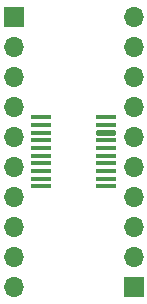
<source format=gts>
G04 #@! TF.GenerationSoftware,KiCad,Pcbnew,(6.0.9)*
G04 #@! TF.CreationDate,2023-05-28T18:52:16+02:00*
G04 #@! TF.ProjectId,SOIC-SSOP-DIP adapter,534f4943-2d53-4534-9f50-2d4449502061,rev?*
G04 #@! TF.SameCoordinates,Original*
G04 #@! TF.FileFunction,Soldermask,Top*
G04 #@! TF.FilePolarity,Negative*
%FSLAX46Y46*%
G04 Gerber Fmt 4.6, Leading zero omitted, Abs format (unit mm)*
G04 Created by KiCad (PCBNEW (6.0.9)) date 2023-05-28 18:52:16*
%MOMM*%
%LPD*%
G01*
G04 APERTURE LIST*
G04 Aperture macros list*
%AMRoundRect*
0 Rectangle with rounded corners*
0 $1 Rounding radius*
0 $2 $3 $4 $5 $6 $7 $8 $9 X,Y pos of 4 corners*
0 Add a 4 corners polygon primitive as box body*
4,1,4,$2,$3,$4,$5,$6,$7,$8,$9,$2,$3,0*
0 Add four circle primitives for the rounded corners*
1,1,$1+$1,$2,$3*
1,1,$1+$1,$4,$5*
1,1,$1+$1,$6,$7*
1,1,$1+$1,$8,$9*
0 Add four rect primitives between the rounded corners*
20,1,$1+$1,$2,$3,$4,$5,0*
20,1,$1+$1,$4,$5,$6,$7,0*
20,1,$1+$1,$6,$7,$8,$9,0*
20,1,$1+$1,$8,$9,$2,$3,0*%
G04 Aperture macros list end*
%ADD10RoundRect,0.100000X-0.747500X-0.100000X0.747500X-0.100000X0.747500X0.100000X-0.747500X0.100000X0*%
%ADD11RoundRect,0.099500X-0.748000X-0.099500X0.748000X-0.099500X0.748000X0.099500X-0.748000X0.099500X0*%
%ADD12RoundRect,0.107000X-0.740500X-0.107000X0.740500X-0.107000X0.740500X0.107000X-0.740500X0.107000X0*%
%ADD13R,1.700000X1.700000*%
%ADD14O,1.700000X1.700000*%
G04 APERTURE END LIST*
D10*
X91227500Y-118995000D03*
X91227500Y-119645000D03*
X91227500Y-120295000D03*
X91227500Y-120945000D03*
D11*
X91227500Y-121594000D03*
D10*
X91227500Y-122245000D03*
X91227500Y-122895000D03*
X91227500Y-123545000D03*
X91227500Y-124195000D03*
X91227500Y-124845000D03*
X96732500Y-124845000D03*
X96732500Y-124195000D03*
X96732500Y-123545000D03*
X96732500Y-122895000D03*
X96732500Y-122245000D03*
X96732500Y-121595000D03*
X96732500Y-120945000D03*
D12*
X96732500Y-120309000D03*
D10*
X96732500Y-119645000D03*
X96732500Y-118995000D03*
D13*
X99060000Y-133350000D03*
D14*
X99060000Y-130810000D03*
X99060000Y-128270000D03*
X99060000Y-125730000D03*
X99060000Y-123190000D03*
X99060000Y-120650000D03*
X99060000Y-118110000D03*
X99060000Y-115570000D03*
X99060000Y-113030000D03*
X99060000Y-110490000D03*
D13*
X88900000Y-110490000D03*
D14*
X88900000Y-113030000D03*
X88900000Y-115570000D03*
X88900000Y-118110000D03*
X88900000Y-120650000D03*
X88900000Y-123190000D03*
X88900000Y-125730000D03*
X88900000Y-128270000D03*
X88900000Y-130810000D03*
X88900000Y-133350000D03*
M02*

</source>
